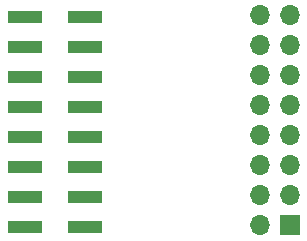
<source format=gbr>
%TF.GenerationSoftware,KiCad,Pcbnew,(6.0.9)*%
%TF.CreationDate,2023-06-10T14:31:44-07:00*%
%TF.ProjectId,V01,5630312e-6b69-4636-9164-5f7063625858,rev?*%
%TF.SameCoordinates,Original*%
%TF.FileFunction,Soldermask,Top*%
%TF.FilePolarity,Negative*%
%FSLAX46Y46*%
G04 Gerber Fmt 4.6, Leading zero omitted, Abs format (unit mm)*
G04 Created by KiCad (PCBNEW (6.0.9)) date 2023-06-10 14:31:44*
%MOMM*%
%LPD*%
G01*
G04 APERTURE LIST*
%ADD10R,1.700000X1.700000*%
%ADD11O,1.700000X1.700000*%
%ADD12R,3.000000X1.000000*%
G04 APERTURE END LIST*
D10*
%TO.C,V 1.0*%
X159515000Y-97800000D03*
D11*
X156975000Y-97800000D03*
X159515000Y-95260000D03*
X156975000Y-95260000D03*
X159515000Y-92720000D03*
X156975000Y-92720000D03*
X159515000Y-90180000D03*
X156975000Y-90180000D03*
X159515000Y-87640000D03*
X156975000Y-87640000D03*
X159515000Y-85100000D03*
X156975000Y-85100000D03*
X159515000Y-82560000D03*
X156975000Y-82560000D03*
X159515000Y-80020000D03*
X156975000Y-80020000D03*
%TD*%
D12*
%TO.C,zatchbot*%
X142095000Y-97934600D03*
X137055000Y-97934600D03*
X142095000Y-95394600D03*
X137055000Y-95394600D03*
X142095000Y-92854600D03*
X137055000Y-92854600D03*
X142095000Y-90314600D03*
X137055000Y-90314600D03*
X142095000Y-87774600D03*
X137055000Y-87774600D03*
X142095000Y-85234600D03*
X137055000Y-85234600D03*
X142095000Y-82694600D03*
X137055000Y-82694600D03*
X142095000Y-80154600D03*
X137055000Y-80154600D03*
%TD*%
M02*

</source>
